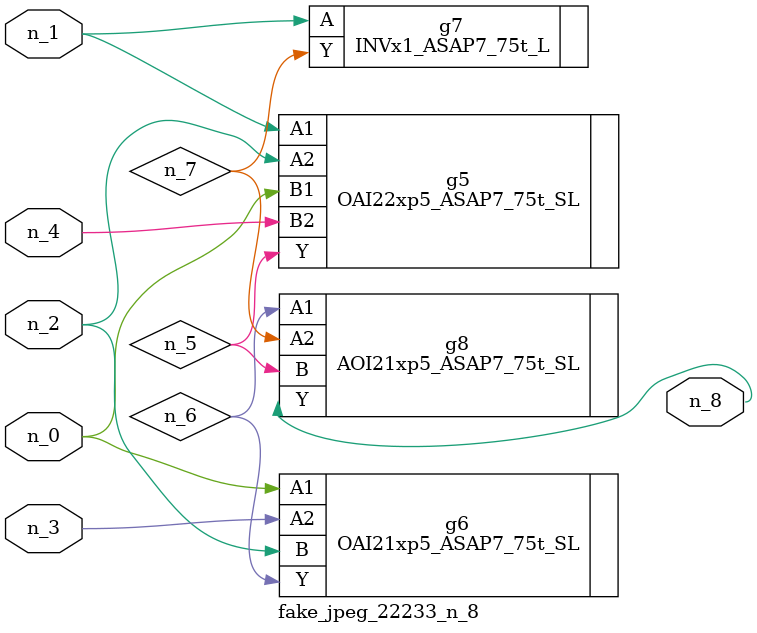
<source format=v>
module fake_jpeg_22233_n_8 (n_3, n_2, n_1, n_0, n_4, n_8);

input n_3;
input n_2;
input n_1;
input n_0;
input n_4;

output n_8;

wire n_6;
wire n_5;
wire n_7;

OAI22xp5_ASAP7_75t_SL g5 ( 
.A1(n_1),
.A2(n_2),
.B1(n_0),
.B2(n_4),
.Y(n_5)
);

OAI21xp5_ASAP7_75t_SL g6 ( 
.A1(n_0),
.A2(n_3),
.B(n_2),
.Y(n_6)
);

INVx1_ASAP7_75t_L g7 ( 
.A(n_1),
.Y(n_7)
);

AOI21xp5_ASAP7_75t_SL g8 ( 
.A1(n_6),
.A2(n_7),
.B(n_5),
.Y(n_8)
);


endmodule
</source>
